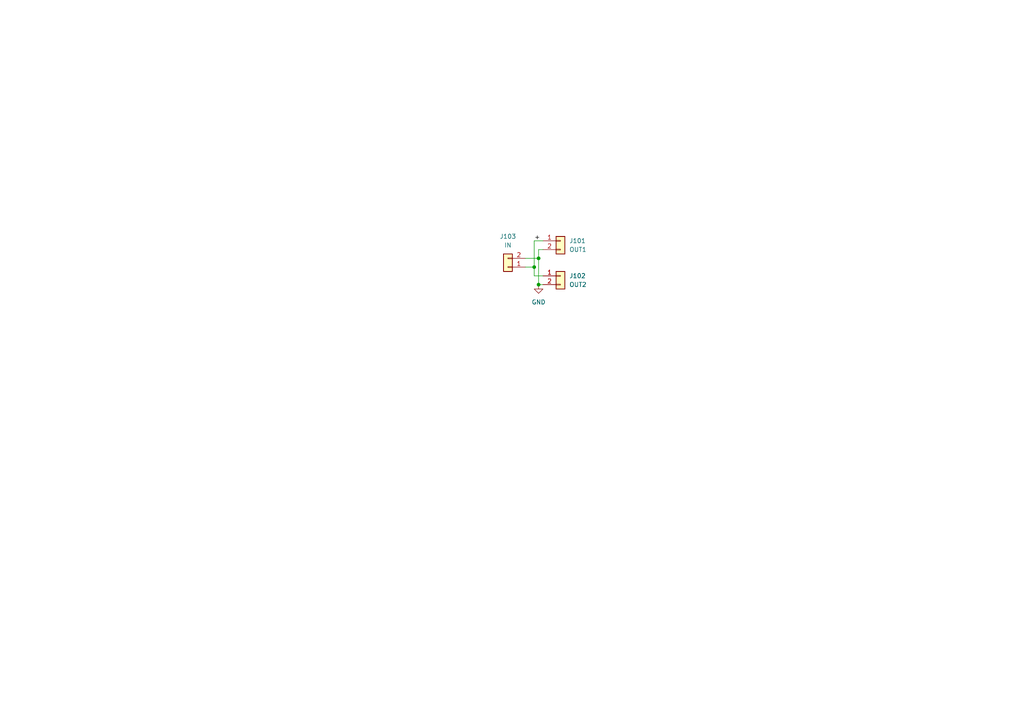
<source format=kicad_sch>
(kicad_sch (version 20250114) (generator "eeschema") (generator_version "9.0")
  (paper "A4")
  (lib_symbols
    (symbol "Connector_Generic:Conn_01x02" (pin_names (offset 1.016) (hide yes))
      (property "Reference" "J" (at 0 2.54 0))
      (property "Value" "Conn_01x02" (at 0 -5.08 0))
      (symbol "Conn_01x02_1_1"
        (rectangle (start -1.27 1.27) (end 1.27 -3.81) (stroke (width 0.254)) (fill (type background)))
        (rectangle (start -1.27 0.127) (end 0 -0.127) (stroke (width 0.1524)))
        (rectangle (start -1.27 -2.413) (end 0 -2.667) (stroke (width 0.1524)))
        (pin passive line (at -5.08 0 0) (length 3.81) (name "Pin_1") (number "1"))
        (pin passive line (at -5.08 -2.54 0) (length 3.81) (name "Pin_2") (number "2"))
      )
    )
    (symbol "power:GND" (power) (pin_numbers (hide yes)) (pin_names (offset 0) (hide yes))
      (property "Value" "GND" (at 0 -3.81 0))
      (symbol "GND_0_1"
        (polyline (pts (xy 0 0) (xy 0 -1.27) (xy 1.27 -1.27) (xy 0 -2.54) (xy -1.27 -1.27) (xy 0 -1.27)))
      )
      (symbol "GND_1_1"
        (pin power_in line (at 0 0 270) (length 0) (name "~") (number "1"))
      )
    )
  )
  (junction (at 156.21 82.55))
  (junction (at 154.94 77.47))
  (junction (at 156.21 74.93))
  (wire (pts (xy 156.21 74.93) (xy 152.4 74.93)))
  (wire (pts (xy 154.94 69.85) (xy 154.94 77.47)))
  (wire (pts (xy 154.94 80.01) (xy 154.94 77.47)))
  (wire (pts (xy 154.94 69.85) (xy 157.48 69.85)))
  (wire (pts (xy 156.21 72.39) (xy 156.21 74.93)))
  (wire (pts (xy 157.48 80.01) (xy 154.94 80.01)))
  (wire (pts (xy 157.48 72.39) (xy 156.21 72.39)))
  (wire (pts (xy 154.94 77.47) (xy 152.4 77.47)))
  (wire (pts (xy 157.48 82.55) (xy 156.21 82.55)))
  (wire (pts (xy 156.21 82.55) (xy 156.21 74.93)))
  (label "+" (at 154.94 69.85 0))
  (symbol (lib_id "Connector_Generic:Conn_01x02") (at 147.32 77.47 180) (unit 1)
    (property "Reference" "J103" (at 147.32 68.58 0))
    (property "Value" "IN" (at 147.32 71.12 0))
    (property "Footprint" "Connector_Wire:SolderWire-0.15sqmm_1x02_P4mm_D0.5mm_OD1.5mm" (effects (hide yes)))
    (property "Description" "Generic connector, single row, 01x02, script generated (kicad-library-utils/schlib/autogen/connector/)" (effects (hide yes)))
  )
  (symbol (lib_id "Connector_Generic:Conn_01x02") (at 162.56 80.01 0) (unit 1)
    (property "Reference" "J102" (at 165.1 80.0099 0) (effects (justify left)))
    (property "Value" "OUT2" (at 165.1 82.5499 0) (effects (justify left)))
    (property "Footprint" "Connector_Wire:SolderWire-0.15sqmm_1x02_P4mm_D0.5mm_OD1.5mm" (effects (hide yes)))
    (property "Description" "Generic connector, single row, 01x02, script generated (kicad-library-utils/schlib/autogen/connector/)" (effects (hide yes)))
  )
  (symbol (lib_id "Connector_Generic:Conn_01x02") (at 162.56 69.85 0) (unit 1)
    (property "Reference" "J101" (at 165.1 69.8499 0) (effects (justify left)))
    (property "Value" "OUT1" (at 165.1 72.3899 0) (effects (justify left)))
    (property "Footprint" "Connector_Wire:SolderWire-0.15sqmm_1x02_P4mm_D0.5mm_OD1.5mm" (effects (hide yes)))
    (property "Description" "Generic connector, single row, 01x02, script generated (kicad-library-utils/schlib/autogen/connector/)" (effects (hide yes)))
  )
  (symbol (lib_id "power:GND") (at 156.21 82.55 0) (unit 1)
    (property "Reference" "#PWR0101" (effects (hide yes)))
    (property "Value" "GND" (at 156.21 87.63 0))
    (property "Description" "Power symbol creates a global label with name \"GND\" , ground" (effects (hide yes)))
  )
)
</source>
